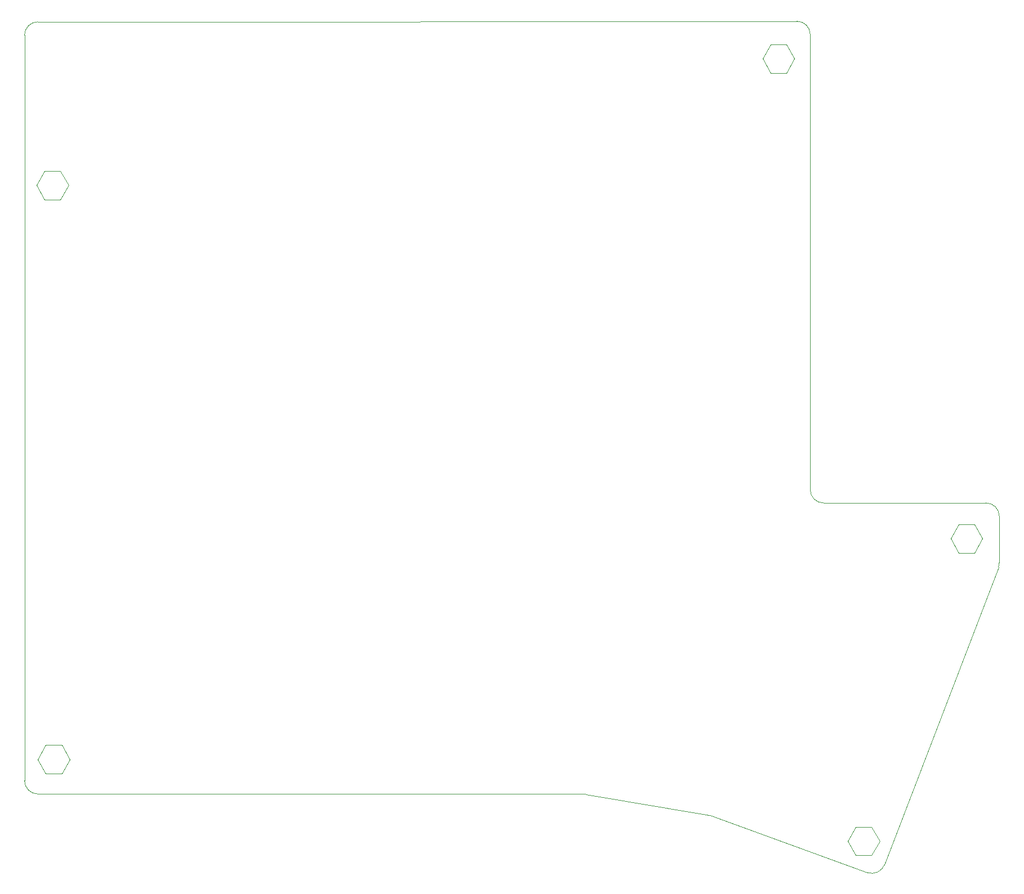
<source format=gbr>
G04 #@! TF.GenerationSoftware,KiCad,Pcbnew,9.0.6*
G04 #@! TF.CreationDate,2025-12-07T22:23:37+09:00*
G04 #@! TF.ProjectId,tarakkie_v1_left,74617261-6b6b-4696-955f-76315f6c6566,rev?*
G04 #@! TF.SameCoordinates,Original*
G04 #@! TF.FileFunction,Profile,NP*
%FSLAX46Y46*%
G04 Gerber Fmt 4.6, Leading zero omitted, Abs format (unit mm)*
G04 Created by KiCad (PCBNEW 9.0.6) date 2025-12-07 22:23:37*
%MOMM*%
%LPD*%
G01*
G04 APERTURE LIST*
G04 #@! TA.AperFunction,Profile*
%ADD10C,0.050000*%
G04 #@! TD*
G04 #@! TA.AperFunction,Profile*
%ADD11C,0.100000*%
G04 #@! TD*
G04 APERTURE END LIST*
D10*
X185483484Y-119646247D02*
X168320146Y-164455906D01*
X155162500Y-37500000D02*
G75*
G02*
X157162500Y-39500000I0J-2000000D01*
G01*
X159162500Y-110000000D02*
X183600000Y-110000000D01*
X168320146Y-164455906D02*
G75*
G02*
X165769000Y-165620057I-1867646J715406D01*
G01*
X39000000Y-39598279D02*
G75*
G02*
X40998278Y-37598301I2000000J-21D01*
G01*
X142002801Y-157012104D02*
X123466628Y-153846091D01*
X185600000Y-112000000D02*
X185600000Y-118973574D01*
X40998278Y-37598280D02*
X155162500Y-37500000D01*
X123130318Y-153817541D02*
X40999583Y-153800417D01*
X157162500Y-39500000D02*
X157162500Y-108000000D01*
X183600000Y-110000000D02*
G75*
G02*
X185600000Y-112000000I0J-2000000D01*
G01*
X40999583Y-153800417D02*
G75*
G02*
X38999983Y-151800417I417J2000017D01*
G01*
X142002801Y-157012104D02*
G75*
G02*
X142349561Y-157103965I-336701J-1971396D01*
G01*
X165768977Y-165620119D02*
X142349560Y-157103967D01*
X39000000Y-151800417D02*
X39000000Y-39598279D01*
X185600000Y-118973574D02*
G75*
G02*
X185483476Y-119646244I-1999700J-26D01*
G01*
X123130318Y-153817541D02*
G75*
G02*
X123466628Y-153846090I-418J-2000059D01*
G01*
X159162500Y-110000000D02*
G75*
G02*
X157162500Y-108000000I0J2000000D01*
G01*
D11*
X162800000Y-160900000D02*
X164000000Y-163050000D01*
X164000000Y-158750000D02*
X162800000Y-160900000D01*
X164000000Y-163050000D02*
X166400000Y-163050000D01*
X166400000Y-158750000D02*
X164000000Y-158750000D01*
X166400000Y-163050000D02*
X167600000Y-160900000D01*
X167600000Y-160900000D02*
X166400000Y-158750000D01*
X150000000Y-43160000D02*
X151200000Y-45310000D01*
X151200000Y-41010000D02*
X150000000Y-43160000D01*
X151200000Y-45310000D02*
X153600000Y-45310000D01*
X153600000Y-41010000D02*
X151200000Y-41010000D01*
X153600000Y-45310000D02*
X154800000Y-43160000D01*
X154800000Y-43160000D02*
X153600000Y-41010000D01*
X41000000Y-148600000D02*
X42200000Y-150750000D01*
X42200000Y-146450000D02*
X41000000Y-148600000D01*
X42200000Y-150750000D02*
X44600000Y-150750000D01*
X44600000Y-146450000D02*
X42200000Y-146450000D01*
X44600000Y-150750000D02*
X45800000Y-148600000D01*
X45800000Y-148600000D02*
X44600000Y-146450000D01*
X178290000Y-115360000D02*
X179490000Y-117510000D01*
X179490000Y-113210000D02*
X178290000Y-115360000D01*
X179490000Y-117510000D02*
X181890000Y-117510000D01*
X181890000Y-113210000D02*
X179490000Y-113210000D01*
X181890000Y-117510000D02*
X183090000Y-115360000D01*
X183090000Y-115360000D02*
X181890000Y-113210000D01*
X40800000Y-62200000D02*
X42000000Y-64350000D01*
X42000000Y-60050000D02*
X40800000Y-62200000D01*
X42000000Y-64350000D02*
X44400000Y-64350000D01*
X44400000Y-60050000D02*
X42000000Y-60050000D01*
X44400000Y-64350000D02*
X45600000Y-62200000D01*
X45600000Y-62200000D02*
X44400000Y-60050000D01*
M02*

</source>
